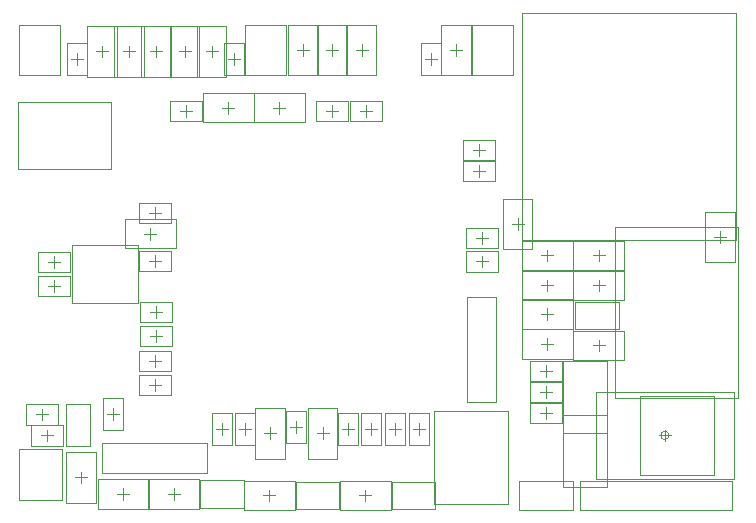
<source format=gbr>
%TF.GenerationSoftware,Altium Limited,Altium Designer,21.9.2 (33)*%
G04 Layer_Color=32768*
%FSLAX45Y45*%
%MOMM*%
%TF.SameCoordinates,8C9FB855-A7A5-4AEE-82B0-D85B10D48A85*%
%TF.FilePolarity,Positive*%
%TF.FileFunction,Other,Mechanical_15*%
%TF.Part,Single*%
G01*
G75*
%TA.AperFunction,NonConductor*%
%ADD69C,0.10000*%
%ADD95C,0.05000*%
%ADD96C,0.00100*%
D69*
X17627600Y8716400D02*
Y8816400D01*
X17577600Y8766400D02*
X17677600D01*
X16735100Y7408001D02*
Y8847999D01*
X17777800D01*
Y7408001D02*
Y8847999D01*
X16735100Y7408001D02*
X17777800D01*
X15948497Y8740303D02*
Y10665303D01*
X17763499D01*
Y8740303D02*
Y10665303D01*
X15948497Y8740303D02*
X17763499D01*
X15913100Y8827300D02*
Y8927300D01*
X15863100Y8877300D02*
X15963100D01*
X12789703Y8566302D02*
X12889702D01*
X12839700Y8516305D02*
Y8616305D01*
X11837203Y7264400D02*
X11937202D01*
X11887200Y7214403D02*
Y7314402D01*
X12129303Y10274300D02*
X12229302D01*
X12179300Y10224303D02*
Y10324302D01*
X11875298Y7086600D02*
X11975302D01*
X11925300Y7036603D02*
Y7136602D01*
X13811002Y6528603D02*
Y6628602D01*
X13760999Y6578600D02*
X13860999D01*
X13001601Y6541303D02*
Y6641302D01*
X12951602Y6591300D02*
X13051602D01*
X14623801Y6528603D02*
Y6628602D01*
X14573799Y6578600D02*
X14673798D01*
X13056398Y9836302D02*
X13156396D01*
X13106400Y9786305D02*
Y9886305D01*
X14338306Y9786300D02*
Y9886300D01*
X14288303Y9836302D02*
X14388303D01*
X14630400Y9786300D02*
Y9886300D01*
X14580403Y9836302D02*
X14680402D01*
X15074899Y7093905D02*
Y7193905D01*
X15024902Y7143902D02*
X15124902D01*
X15558302Y8559800D02*
X15658302D01*
X15608299Y8509803D02*
Y8609802D01*
X13843803Y9861702D02*
X13943802D01*
X13893800Y9811700D02*
Y9911705D01*
X15532903Y9328302D02*
X15632903D01*
X15582899Y9278305D02*
Y9378305D01*
X15532903Y9506102D02*
X15632903D01*
X15582906Y9456105D02*
Y9556105D01*
X15558302Y8756802D02*
X15658302D01*
X15608299Y8706805D02*
Y8806805D01*
X13462000Y9811700D02*
Y9911705D01*
X13411998Y9861702D02*
X13512003D01*
X12751598Y8794902D02*
X12851598D01*
X12801601Y8744900D02*
Y8844905D01*
X12802403Y8134502D02*
X12902402D01*
X12852400Y8084505D02*
Y8184505D01*
X12802403Y7931302D02*
X12902402D01*
X12852400Y7881305D02*
Y7981305D01*
X11938798Y8350397D02*
X12038797D01*
X11988800Y8300400D02*
Y8400400D01*
X12700599Y8207004D02*
Y8697006D01*
X12140601D02*
X12700599D01*
X12140601Y8207004D02*
Y8697006D01*
Y8207004D02*
X12700599D01*
X14668500Y7093900D02*
Y7193900D01*
X14618503Y7143902D02*
X14718501D01*
X14871700Y7093900D02*
Y7193900D01*
X14821703Y7143902D02*
X14921703D01*
X13767598Y7105802D02*
X13867603D01*
X13817599Y7055805D02*
Y7155805D01*
X14262100Y7055805D02*
Y7155805D01*
X14212099Y7105802D02*
X14312097D01*
X14428003Y7143897D02*
X14528001D01*
X14478000Y7093900D02*
Y7193900D01*
X14033501Y7106605D02*
Y7206605D01*
X13983504Y7156602D02*
X14083502D01*
X13411200Y7093905D02*
Y7193905D01*
X13361203Y7143902D02*
X13461201D01*
X13601700Y7093900D02*
Y7193905D01*
X13551698Y7143902D02*
X13651697D01*
X12789698Y7715402D02*
X12889697D01*
X12839700Y7665400D02*
Y7765400D01*
X12789698Y7512202D02*
X12889697D01*
X12839700Y7462200D02*
Y7562200D01*
X12484100Y7220900D02*
Y7320900D01*
X12434103Y7270902D02*
X12534102D01*
X11938798Y8553602D02*
X12038797D01*
X11988800Y8503605D02*
Y8603605D01*
X12839705Y8922705D02*
Y9022705D01*
X12789703Y8972702D02*
X12889702D01*
X12345198Y10337795D02*
X12445202D01*
X12395200Y10287798D02*
Y10387797D01*
X15392400Y10300498D02*
Y10400497D01*
X15342403Y10350500D02*
X15442403D01*
X14046999Y10350498D02*
X14147002D01*
X14097000Y10300501D02*
Y10400501D01*
X15176500Y10224298D02*
Y10324302D01*
X15126498Y10274300D02*
X15226497D01*
X13512801Y10224303D02*
Y10324302D01*
X13462804Y10274300D02*
X13562802D01*
X12523003Y6591300D02*
X12623002D01*
X12573000Y6541298D02*
Y6641302D01*
X13093700Y10287798D02*
Y10387797D01*
X13043698Y10337795D02*
X13143697D01*
X12623800Y10287798D02*
Y10387797D01*
X12573803Y10337800D02*
X12673802D01*
X16104404Y7454900D02*
X16204402D01*
X16154401Y7404898D02*
Y7504897D01*
Y7582698D02*
Y7682697D01*
X16104398Y7632700D02*
X16204402D01*
X16104398Y7277100D02*
X16204402D01*
X16154401Y7227098D02*
Y7327097D01*
X16295599Y7104197D02*
X16673601D01*
Y7714198D01*
X16295599D02*
X16673601D01*
X16295599Y7104197D02*
Y7714198D01*
Y7261901D02*
X16673601D01*
X16295599Y6651899D02*
Y7261901D01*
Y6651899D02*
X16673601D01*
Y7261901D01*
X16598900Y7798598D02*
Y7898602D01*
X16548898Y7848600D02*
X16648897D01*
X16113699Y8610600D02*
X16213704D01*
X16163701Y8560598D02*
Y8660597D01*
Y7811298D02*
Y7911297D01*
X16113699Y7861300D02*
X16213704D01*
X16163701Y8065298D02*
Y8165297D01*
X16113699Y8115300D02*
X16213704D01*
X16163701Y8306598D02*
Y8406597D01*
X16113699Y8356600D02*
X16213704D01*
X16598900Y8560598D02*
Y8660602D01*
X16548903Y8610600D02*
X16648901D01*
X16598900Y8306603D02*
Y8406602D01*
X16548903Y8356600D02*
X16648901D01*
X12217400Y6680998D02*
Y6780997D01*
X12167398Y6731000D02*
X12267402D01*
X14592300Y10300503D02*
Y10400502D01*
X14542297Y10350500D02*
X14642297D01*
X14288303D02*
X14388303D01*
X14338300Y10300498D02*
Y10400497D01*
X12802399Y10337795D02*
X12902402D01*
X12852400Y10287792D02*
Y10387797D01*
X13272302Y10337795D02*
X13372302D01*
X13322301Y10287798D02*
Y10387797D01*
D95*
X17194000Y7086600D02*
G03*
X17194000Y7086600I-35000J0D01*
G01*
X17502600Y8981400D02*
X17752600D01*
X17502600Y8551400D02*
X17752600D01*
Y8981400D01*
X17502600Y8551400D02*
Y8981400D01*
X15788100Y9092300D02*
X16038100D01*
X15788100Y8662300D02*
X16038100D01*
Y9092300D01*
X15788100Y8662300D02*
Y9092300D01*
X13225703Y6706301D02*
X13595702D01*
Y6476299D02*
Y6706301D01*
X13225703Y6476299D02*
X13595702D01*
X13225703D02*
Y6706301D01*
X15483302Y7367102D02*
X15733298D01*
X15483302D02*
Y8257098D01*
X15733298D01*
Y7367102D02*
Y8257098D01*
X12974701Y8481304D02*
Y8651301D01*
X12704699Y8481304D02*
Y8651301D01*
Y8481304D02*
X12974701D01*
X12704699Y8651301D02*
X12974701D01*
X12092000Y7353000D02*
X12292000D01*
X12092000Y6998000D02*
Y7353000D01*
Y6998000D02*
X12292000D01*
Y7353000D01*
X12022201Y7179401D02*
Y7349399D01*
X11752204Y7179401D02*
Y7349399D01*
Y7179401D02*
X12022201D01*
X11752204Y7349399D02*
X12022201D01*
X12396302Y6771102D02*
Y7021098D01*
X13286298D01*
Y6771102D02*
Y7021098D01*
X12396302Y6771102D02*
X13286298D01*
X15522198Y10563499D02*
X15872202D01*
X15522198Y10137501D02*
Y10563499D01*
Y10137501D02*
X15872202D01*
Y10563499D01*
X16441298Y6453602D02*
Y6703598D01*
X17731297D01*
Y6453602D02*
Y6703598D01*
X16441298Y6453602D02*
X17731297D01*
X12264299Y10139299D02*
Y10409301D01*
X12094301Y10139299D02*
Y10409301D01*
Y10139299D02*
X12264299D01*
X12094301Y10409301D02*
X12264299D01*
X12060301Y7001601D02*
Y7171599D01*
X11790299Y7001601D02*
Y7171599D01*
Y7001601D02*
X12060301D01*
X11790299Y7171599D02*
X12060301D01*
X17108998Y7086600D02*
X17208998D01*
X17159000Y7036598D02*
Y7136597D01*
X16573997Y6721602D02*
Y7451598D01*
X17743999D01*
Y6721602D02*
Y7451598D01*
X16573997Y6721602D02*
X17743999D01*
X15205202Y6503101D02*
Y7293102D01*
Y6503101D02*
X15830199D01*
Y7293102D01*
X15205202D02*
X15830199D01*
X13596001Y6453602D02*
X14026003D01*
X13596001Y6703598D02*
X14026003D01*
Y6453602D02*
Y6703598D01*
X13596001Y6453602D02*
Y6703598D01*
X14032404Y6693601D02*
X14402399D01*
Y6463599D02*
Y6693601D01*
X14032404Y6463599D02*
X14402399D01*
X14032404D02*
Y6693601D01*
X14845203D02*
X15215199D01*
Y6463599D02*
Y6693601D01*
X14845203Y6463599D02*
X15215199D01*
X14845203D02*
Y6693601D01*
X12786599Y6466302D02*
X13216600D01*
X12786599Y6716298D02*
X13216600D01*
Y6466302D02*
Y6716298D01*
X12786599Y6466302D02*
Y6716298D01*
X14408800Y6453602D02*
X14838802D01*
X14408800Y6703598D02*
X14838802D01*
Y6453602D02*
Y6703598D01*
X14408800Y6453602D02*
Y6703598D01*
X12971399Y9751304D02*
Y9921301D01*
X13241402Y9751304D02*
Y9921301D01*
X12971399D02*
X13241402D01*
X12971399Y9751304D02*
X13241402D01*
X14203304Y9921301D02*
X14473302D01*
X14203304Y9751304D02*
X14473302D01*
X14203304D02*
Y9921301D01*
X14473302Y9751304D02*
Y9921301D01*
X14495404D02*
X14765401D01*
X14495404Y9751304D02*
X14765401D01*
X14495404D02*
Y9921301D01*
X14765401Y9751304D02*
Y9921301D01*
X14989902Y7278903D02*
X15159898D01*
X14989902Y7008906D02*
X15159898D01*
Y7278903D01*
X14989902Y7008906D02*
Y7278903D01*
X15743301Y8474801D02*
Y8644799D01*
X15473299Y8474801D02*
Y8644799D01*
Y8474801D02*
X15743301D01*
X15473299Y8644799D02*
X15743301D01*
X13678799Y9736704D02*
Y9986701D01*
X14108801Y9736704D02*
Y9986701D01*
X13678799D02*
X14108801D01*
X13678799Y9736704D02*
X14108801D01*
X15717902Y9243304D02*
Y9413301D01*
X15447899Y9243304D02*
Y9413301D01*
Y9243304D02*
X15717902D01*
X15447899Y9413301D02*
X15717902D01*
Y9421104D02*
Y9591101D01*
X15447903Y9421104D02*
Y9591101D01*
Y9421104D02*
X15717902D01*
X15447903Y9591101D02*
X15717902D01*
X15743301Y8671804D02*
Y8841801D01*
X15473299Y8671804D02*
Y8841801D01*
Y8671804D02*
X15743301D01*
X15473299Y8841801D02*
X15743301D01*
X13246999Y9986701D02*
X13677000D01*
X13246999Y9736704D02*
X13677000D01*
X13246999D02*
Y9986701D01*
X13677000Y9736704D02*
Y9986701D01*
X13016602Y8669904D02*
Y8919901D01*
X12586599Y8669904D02*
Y8919901D01*
Y8669904D02*
X13016602D01*
X12586599Y8919901D02*
X13016602D01*
X12987401Y8049504D02*
Y8219501D01*
X12717399Y8049504D02*
Y8219501D01*
Y8049504D02*
X12987401D01*
X12717399Y8219501D02*
X12987401D01*
Y7846304D02*
Y8016301D01*
X12717399Y7846304D02*
Y8016301D01*
Y7846304D02*
X12987401D01*
X12717399Y8016301D02*
X12987401D01*
X11853799Y8265399D02*
Y8435401D01*
X12123801Y8265399D02*
Y8435401D01*
X11853799Y8265399D02*
X12123801D01*
X11853799Y8435401D02*
X12123801D01*
X14583501Y7278898D02*
X14753499D01*
X14583501Y7008901D02*
X14753499D01*
Y7278898D01*
X14583501Y7008901D02*
Y7278898D01*
X14786700Y7008901D02*
X14956699D01*
X14786700Y7278898D02*
X14956699D01*
X14786700Y7008901D02*
Y7278898D01*
X14956699Y7008901D02*
Y7278898D01*
X13692603Y6890802D02*
Y7320803D01*
X13942598Y6890802D02*
Y7320803D01*
X13692603Y6890802D02*
X13942598D01*
X13692603Y7320803D02*
X13942598D01*
X14137096D02*
X14387099D01*
X14137096Y6890802D02*
X14387099D01*
Y7320803D01*
X14137096Y6890802D02*
Y7320803D01*
X14393001Y7008896D02*
Y7278898D01*
X14562999Y7008896D02*
Y7278898D01*
X14393001Y7008896D02*
X14562999D01*
X14393001Y7278898D02*
X14562999D01*
X13948502Y7291603D02*
X14118500D01*
X13948502Y7021606D02*
X14118500D01*
Y7291603D01*
X13948502Y7021606D02*
Y7291603D01*
X13326201Y7278903D02*
X13496199D01*
X13326201Y7008906D02*
X13496199D01*
Y7278903D01*
X13326201Y7008906D02*
Y7278903D01*
X13516696D02*
X13686699D01*
X13516696Y7008901D02*
X13686699D01*
Y7278903D01*
X13516696Y7008901D02*
Y7278903D01*
X12704699Y7630404D02*
Y7800401D01*
X12974701Y7630404D02*
Y7800401D01*
X12704699D02*
X12974701D01*
X12704699Y7630404D02*
X12974701D01*
X12704699Y7427204D02*
Y7597201D01*
X12974701Y7427204D02*
Y7597201D01*
X12704699D02*
X12974701D01*
X12704699Y7427204D02*
X12974701D01*
X12399101Y7405898D02*
X12569099D01*
X12399101Y7135901D02*
X12569099D01*
Y7405898D01*
X12399101Y7135901D02*
Y7405898D01*
X12123801Y8468604D02*
Y8638601D01*
X11853799Y8468604D02*
Y8638601D01*
X12123801D01*
X11853799Y8468604D02*
X12123801D01*
X12704704Y9057701D02*
X12974701D01*
X12704704Y8887704D02*
X12974701D01*
X12704704D02*
Y9057701D01*
X12974701Y8887704D02*
Y9057701D01*
X12520198Y10122794D02*
Y10552796D01*
X12270202Y10122794D02*
Y10552796D01*
Y10122794D02*
X12520198D01*
X12270202Y10552796D02*
X12520198D01*
X12036801Y10137501D02*
Y10563499D01*
X11686799Y10137501D02*
X12036801D01*
X11686799D02*
Y10563499D01*
X12036801D01*
X13954501Y10137501D02*
Y10563499D01*
X13604504Y10137501D02*
X13954501D01*
X13604504D02*
Y10563499D01*
X13954501D01*
X15267403Y10565501D02*
X15517398D01*
X15267403Y10135499D02*
X15517398D01*
Y10565501D01*
X15267403Y10135499D02*
Y10565501D01*
X14221999Y10135498D02*
Y10565499D01*
X13972002Y10135498D02*
Y10565499D01*
Y10135498D02*
X14221999D01*
X13972002Y10565499D02*
X14221999D01*
X15091501Y10409301D02*
X15261499D01*
X15091501Y10139299D02*
X15261499D01*
Y10409301D01*
X15091501Y10139299D02*
Y10409301D01*
X13427802D02*
X13597800D01*
X13427802Y10139299D02*
X13597800D01*
X13427802D02*
Y10409301D01*
X13597800Y10139299D02*
Y10409301D01*
X12357999Y6466302D02*
Y6716298D01*
X12788001Y6466302D02*
Y6716298D01*
X12357999D02*
X12788001D01*
X12357999Y6466302D02*
X12788001D01*
X11692001Y6971401D02*
X12056999D01*
X11692001Y6541399D02*
Y6971401D01*
Y6541399D02*
X12056999D01*
Y6971401D01*
X12968703Y10122794D02*
X13218698D01*
X12968703Y10552796D02*
X13218698D01*
X12968703Y10122794D02*
Y10552796D01*
X13218698Y10122794D02*
Y10552796D01*
X12498802Y10552801D02*
X12748798D01*
X12498802Y10122799D02*
X12748798D01*
Y10552801D01*
X12498802Y10122799D02*
Y10552801D01*
X16289401Y7369901D02*
Y7539899D01*
X16019405Y7369901D02*
Y7539899D01*
Y7369901D02*
X16289401D01*
X16019405Y7539899D02*
X16289401D01*
X16019398Y7717699D02*
X16289401D01*
X16019398Y7547701D02*
X16289401D01*
X16019398D02*
Y7717699D01*
X16289401Y7547701D02*
Y7717699D01*
Y7192101D02*
Y7362099D01*
X16019398Y7192101D02*
Y7362099D01*
Y7192101D02*
X16289401D01*
X16019398Y7362099D02*
X16289401D01*
X11685199Y9346601D02*
Y9906599D01*
Y9346601D02*
X12470201D01*
Y9906599D01*
X11685199D02*
X12470201D01*
X16401202Y8217601D02*
X16771198D01*
Y7987599D02*
Y8217601D01*
X16401202Y7987599D02*
X16771198D01*
X16401202D02*
Y8217601D01*
X16383899Y7723602D02*
X16813901D01*
X16383899Y7973598D02*
X16813901D01*
Y7723602D02*
Y7973598D01*
X16383899Y7723602D02*
Y7973598D01*
X16378702Y8485602D02*
Y8735598D01*
X15948701Y8485602D02*
Y8735598D01*
Y8485602D02*
X16378702D01*
X15948701Y8735598D02*
X16378702D01*
X15948701Y7986298D02*
X16378702D01*
X15948701Y7736302D02*
X16378702D01*
X15948701D02*
Y7986298D01*
X16378702Y7736302D02*
Y7986298D01*
X15948701Y8240298D02*
X16378702D01*
X15948701Y7990302D02*
X16378702D01*
X15948701D02*
Y8240298D01*
X16378702Y7990302D02*
Y8240298D01*
X15948701Y8481598D02*
X16378702D01*
X15948701Y8231602D02*
X16378702D01*
X15948701D02*
Y8481598D01*
X16378702Y8231602D02*
Y8481598D01*
X16383899Y8735598D02*
X16813901D01*
X16383899Y8485602D02*
X16813901D01*
X16383899D02*
Y8735598D01*
X16813901Y8485602D02*
Y8735598D01*
X16383899Y8231602D02*
X16813901D01*
X16383899Y8481598D02*
X16813901D01*
Y8231602D02*
Y8481598D01*
X16383899Y8231602D02*
Y8481598D01*
X12092402Y6946001D02*
X12342398D01*
X12092402Y6515999D02*
X12342398D01*
Y6946001D01*
X12092402Y6515999D02*
Y6946001D01*
X14467296Y10135499D02*
X14717297D01*
X14467296Y10565501D02*
X14717297D01*
X14467296Y10135499D02*
Y10565501D01*
X14717297Y10135499D02*
Y10565501D01*
X14213303Y10135499D02*
Y10565501D01*
X14463298Y10135499D02*
Y10565501D01*
X14213303Y10135499D02*
X14463298D01*
X14213303Y10565501D02*
X14463298D01*
X15927802Y6702100D02*
X16377798D01*
Y6455100D02*
Y6702100D01*
X15927802Y6455100D02*
X16377798D01*
X15927802D02*
Y6702100D01*
X12727402Y10122794D02*
Y10552796D01*
X12977399Y10122794D02*
Y10552796D01*
X12727402Y10122794D02*
X12977399D01*
X12727402Y10552796D02*
X12977399D01*
X13447304Y10122794D02*
Y10552796D01*
X13197302Y10122794D02*
Y10552796D01*
X13447304D01*
X13197302Y10122794D02*
X13447304D01*
D96*
X16950803Y6750101D02*
Y7423099D01*
X17572803D01*
Y6750101D02*
Y7423099D01*
X16950803Y6750101D02*
X17572803D01*
%TF.MD5,169d9bbe8f08c9758b0d97dfe0a8f35a*%
M02*

</source>
